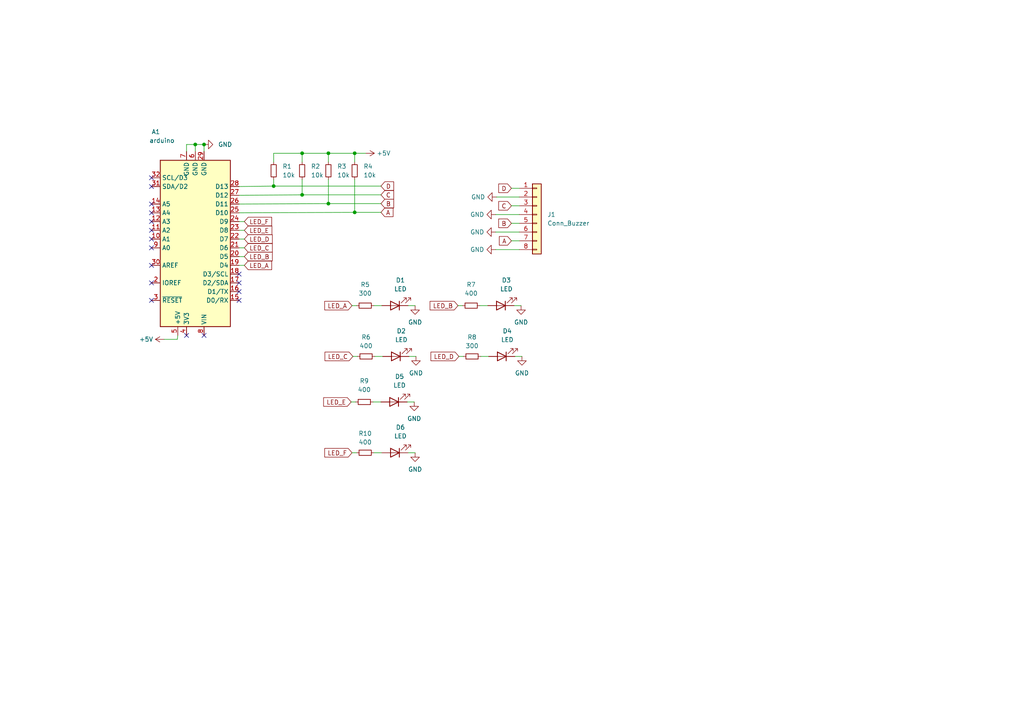
<source format=kicad_sch>
(kicad_sch (version 20230121) (generator eeschema)
  (paper "A4")
  (lib_symbols
    (symbol "Connector_Generic:Conn_01x08" (pin_names (offset 1.016) hide)
      (property "Reference" "J" (at 0 10.16 0))
      (property "Value" "Conn_01x08" (at 0 -12.7 0))
      (symbol "Conn_01x08_1_1"
        (rectangle (start -1.27 -10.033) (end 0 -10.287) (stroke (width 0.1524)))
        (rectangle (start -1.27 -7.493) (end 0 -7.747) (stroke (width 0.1524)))
        (rectangle (start -1.27 -4.953) (end 0 -5.207) (stroke (width 0.1524)))
        (rectangle (start -1.27 -2.413) (end 0 -2.667) (stroke (width 0.1524)))
        (rectangle (start -1.27 0.127) (end 0 -0.127) (stroke (width 0.1524)))
        (rectangle (start -1.27 2.667) (end 0 2.413) (stroke (width 0.1524)))
        (rectangle (start -1.27 5.207) (end 0 4.953) (stroke (width 0.1524)))
        (rectangle (start -1.27 7.747) (end 0 7.493) (stroke (width 0.1524)))
        (rectangle (start -1.27 8.89) (end 1.27 -11.43) (stroke (width 0.254)) (fill (type background)))
        (pin passive line (at -5.08 7.62 0) (length 3.81) (name "Pin_1") (number "1"))
        (pin passive line (at -5.08 5.08 0) (length 3.81) (name "Pin_2") (number "2"))
        (pin passive line (at -5.08 2.54 0) (length 3.81) (name "Pin_3") (number "3"))
        (pin passive line (at -5.08 0 0) (length 3.81) (name "Pin_4") (number "4"))
        (pin passive line (at -5.08 -2.54 0) (length 3.81) (name "Pin_5") (number "5"))
        (pin passive line (at -5.08 -5.08 0) (length 3.81) (name "Pin_6") (number "6"))
        (pin passive line (at -5.08 -7.62 0) (length 3.81) (name "Pin_7") (number "7"))
        (pin passive line (at -5.08 -10.16 0) (length 3.81) (name "Pin_8") (number "8"))
      )
    )
    (symbol "Device:LED" (pin_numbers hide) (pin_names (offset 1.016) hide)
      (property "Reference" "D" (at 0 2.54 0))
      (property "Value" "LED" (at 0 -2.54 0))
      (symbol "LED_0_1"
        (polyline (pts (xy -1.27 -1.27) (xy -1.27 1.27)) (stroke (width 0.254)))
        (polyline (pts (xy -1.27 0) (xy 1.27 0)))
        (polyline (pts (xy 1.27 -1.27) (xy 1.27 1.27) (xy -1.27 0) (xy 1.27 -1.27)) (stroke (width 0.254)))
        (polyline (pts (xy -3.048 -0.762) (xy -4.572 -2.286) (xy -3.81 -2.286) (xy -4.572 -2.286) (xy -4.572 -1.524)))
        (polyline (pts (xy -1.778 -0.762) (xy -3.302 -2.286) (xy -2.54 -2.286) (xy -3.302 -2.286) (xy -3.302 -1.524)))
      )
      (symbol "LED_1_1"
        (pin passive line (at -3.81 0 0) (length 2.54) (name "K") (number "1"))
        (pin passive line (at 3.81 0 180) (length 2.54) (name "A") (number "2"))
      )
    )
    (symbol "Device:R_Small" (pin_numbers hide) (pin_names (offset 0.254) hide)
      (property "Reference" "R" (at 0.762 0.508 0))
      (property "Value" "R_Small" (at 0.762 -1.016 0))
      (symbol "R_Small_0_1"
        (rectangle (start -0.762 1.778) (end 0.762 -1.778) (stroke (width 0.2032)))
      )
      (symbol "R_Small_1_1"
        (pin passive line (at 0 2.54 270) (length 0.762) (name "~") (number "1"))
        (pin passive line (at 0 -2.54 90) (length 0.762) (name "~") (number "2"))
      )
    )
    (symbol "MCU_Module:Arduino_Leonardo"
      (property "Reference" "A" (at -10.16 23.495 0))
      (property "Value" "Arduino_Leonardo" (at 5.08 -26.67 0))
      (symbol "Arduino_Leonardo_0_1"
        (rectangle (start -10.16 22.86) (end 10.16 -25.4) (stroke (width 0.254)) (fill (type background)))
      )
      (symbol "Arduino_Leonardo_1_1"
        (pin no_connect line (at -10.16 -20.32 0) (length 2.54) hide (name "NC") (number "1"))
        (pin bidirectional line (at 12.7 -2.54 180) (length 2.54) (name "A1") (number "10"))
        (pin bidirectional line (at 12.7 -5.08 180) (length 2.54) (name "A2") (number "11"))
        (pin bidirectional line (at 12.7 -7.62 180) (length 2.54) (name "A3") (number "12"))
        (pin bidirectional line (at 12.7 -10.16 180) (length 2.54) (name "A4") (number "13"))
        (pin bidirectional line (at 12.7 -12.7 180) (length 2.54) (name "A5") (number "14"))
        (pin bidirectional line (at -12.7 15.24 0) (length 2.54) (name "D0/RX") (number "15"))
        (pin bidirectional line (at -12.7 12.7 0) (length 2.54) (name "D1/TX") (number "16"))
        (pin bidirectional line (at -12.7 10.16 0) (length 2.54) (name "D2/SDA") (number "17"))
        (pin bidirectional line (at -12.7 7.62 0) (length 2.54) (name "D3/SCL") (number "18"))
        (pin bidirectional line (at -12.7 5.08 0) (length 2.54) (name "D4") (number "19"))
        (pin output line (at 12.7 10.16 180) (length 2.54) (name "IOREF") (number "2"))
        (pin bidirectional line (at -12.7 2.54 0) (length 2.54) (name "D5") (number "20"))
        (pin bidirectional line (at -12.7 0 0) (length 2.54) (name "D6") (number "21"))
        (pin bidirectional line (at -12.7 -2.54 0) (length 2.54) (name "D7") (number "22"))
        (pin bidirectional line (at -12.7 -5.08 0) (length 2.54) (name "D8") (number "23"))
        (pin bidirectional line (at -12.7 -7.62 0) (length 2.54) (name "D9") (number "24"))
        (pin bidirectional line (at -12.7 -10.16 0) (length 2.54) (name "D10") (number "25"))
        (pin bidirectional line (at -12.7 -12.7 0) (length 2.54) (name "D11") (number "26"))
        (pin bidirectional line (at -12.7 -15.24 0) (length 2.54) (name "D12") (number "27"))
        (pin bidirectional line (at -12.7 -17.78 0) (length 2.54) (name "D13") (number "28"))
        (pin power_in line (at -2.54 -27.94 90) (length 2.54) (name "GND") (number "29"))
        (pin input line (at 12.7 15.24 180) (length 2.54) (name "~{RESET}") (number "3"))
        (pin input line (at 12.7 5.08 180) (length 2.54) (name "AREF") (number "30"))
        (pin bidirectional line (at 12.7 -17.78 180) (length 2.54) (name "SDA/D2") (number "31"))
        (pin bidirectional line (at 12.7 -20.32 180) (length 2.54) (name "SCL/D3") (number "32"))
        (pin power_out line (at 2.54 25.4 270) (length 2.54) (name "3V3") (number "4"))
        (pin power_out line (at 5.08 25.4 270) (length 2.54) (name "+5V") (number "5"))
        (pin power_in line (at 0 -27.94 90) (length 2.54) (name "GND") (number "6"))
        (pin power_in line (at 2.54 -27.94 90) (length 2.54) (name "GND") (number "7"))
        (pin power_in line (at -2.54 25.4 270) (length 2.54) (name "VIN") (number "8"))
        (pin bidirectional line (at 12.7 0 180) (length 2.54) (name "A0") (number "9"))
      )
    )
    (symbol "power:+5V" (power) (pin_names (offset 0))
      (property "Value" "+5V" (at 0 3.556 0))
      (symbol "+5V_0_1"
        (polyline (pts (xy -0.762 1.27) (xy 0 2.54)))
        (polyline (pts (xy 0 0) (xy 0 2.54)))
        (polyline (pts (xy 0 2.54) (xy 0.762 1.27)))
      )
      (symbol "+5V_1_1"
        (pin power_in line (at 0 0 90) (length 0) hide (name "+5V") (number "1"))
      )
    )
    (symbol "power:GND" (power) (pin_names (offset 0))
      (property "Value" "GND" (at 0 -3.81 0))
      (symbol "GND_0_1"
        (polyline (pts (xy 0 0) (xy 0 -1.27) (xy 1.27 -1.27) (xy 0 -2.54) (xy -1.27 -1.27) (xy 0 -1.27)))
      )
      (symbol "GND_1_1"
        (pin power_in line (at 0 0 270) (length 0) hide (name "GND") (number "1"))
      )
    )
  )
  (junction (at 87.63 56.515))
  (junction (at 87.63 44.45))
  (junction (at 95.25 44.45))
  (junction (at 102.87 61.595))
  (junction (at 56.642 41.91))
  (junction (at 102.87 44.45))
  (junction (at 59.182 41.91))
  (junction (at 95.25 59.055))
  (junction (at 79.375 53.975))
  (no_connect (at 59.182 97.282))
  (no_connect (at 43.942 71.882))
  (no_connect (at 69.342 84.582))
  (no_connect (at 43.942 87.122))
  (no_connect (at 43.942 59.182))
  (no_connect (at 43.942 69.342))
  (no_connect (at 43.942 76.962))
  (no_connect (at 43.942 61.722))
  (no_connect (at 69.342 87.122))
  (no_connect (at 43.942 82.042))
  (no_connect (at 43.942 64.262))
  (no_connect (at 69.342 82.042))
  (no_connect (at 43.942 54.102))
  (no_connect (at 54.102 97.282))
  (no_connect (at 43.942 66.802))
  (no_connect (at 69.342 79.502))
  (no_connect (at 43.942 51.562))
  (wire (pts (xy 69.342 61.722) (xy 102.87 61.595)))
  (wire (pts (xy 102.87 44.45) (xy 95.25 44.45)))
  (wire (pts (xy 118.11 116.586) (xy 120.142 116.586)))
  (wire (pts (xy 87.63 44.45) (xy 79.375 44.45)))
  (wire (pts (xy 118.364 131.318) (xy 120.396 131.318)))
  (wire (pts (xy 108.458 88.646) (xy 110.744 88.646)))
  (wire (pts (xy 132.842 88.646) (xy 134.112 88.646)))
  (wire (pts (xy 149.352 103.378) (xy 151.384 103.378)))
  (wire (pts (xy 139.192 88.646) (xy 141.478 88.646)))
  (wire (pts (xy 69.342 71.882) (xy 70.866 71.882)))
  (wire (pts (xy 59.182 41.91) (xy 59.182 43.942)))
  (wire (pts (xy 87.63 44.45) (xy 87.63 46.99)))
  (wire (pts (xy 87.63 52.07) (xy 87.63 56.515)))
  (wire (pts (xy 144.018 57.15) (xy 150.622 57.15)))
  (wire (pts (xy 108.458 131.318) (xy 110.744 131.318)))
  (wire (pts (xy 47.625 98.425) (xy 51.435 98.425)))
  (wire (pts (xy 102.87 44.45) (xy 102.87 46.99)))
  (wire (pts (xy 148.336 59.69) (xy 150.622 59.69)))
  (wire (pts (xy 69.342 69.342) (xy 70.866 69.342)))
  (wire (pts (xy 69.342 64.262) (xy 70.866 64.262)))
  (wire (pts (xy 148.336 64.77) (xy 150.622 64.77)))
  (wire (pts (xy 51.435 98.425) (xy 51.562 97.282)))
  (wire (pts (xy 69.342 54.102) (xy 79.375 53.975)))
  (wire (pts (xy 118.364 88.646) (xy 120.396 88.646)))
  (wire (pts (xy 102.362 103.378) (xy 103.632 103.378)))
  (wire (pts (xy 106.045 44.45) (xy 102.87 44.45)))
  (wire (pts (xy 69.342 56.642) (xy 87.63 56.515)))
  (wire (pts (xy 102.87 52.07) (xy 102.87 61.595)))
  (wire (pts (xy 54.102 43.942) (xy 54.102 41.91)))
  (wire (pts (xy 95.25 44.45) (xy 87.63 44.45)))
  (wire (pts (xy 102.108 131.318) (xy 103.378 131.318)))
  (wire (pts (xy 69.342 66.802) (xy 70.866 66.802)))
  (wire (pts (xy 118.618 103.378) (xy 120.65 103.378)))
  (wire (pts (xy 133.096 103.378) (xy 134.366 103.378)))
  (wire (pts (xy 95.25 52.07) (xy 95.25 59.055)))
  (wire (pts (xy 143.764 67.31) (xy 150.622 67.31)))
  (wire (pts (xy 54.102 41.91) (xy 56.642 41.91)))
  (wire (pts (xy 69.342 59.182) (xy 95.25 59.055)))
  (wire (pts (xy 56.642 41.91) (xy 56.642 43.942)))
  (wire (pts (xy 102.108 88.646) (xy 103.378 88.646)))
  (wire (pts (xy 108.712 103.378) (xy 110.998 103.378)))
  (wire (pts (xy 143.764 62.23) (xy 150.622 62.23)))
  (wire (pts (xy 102.87 61.595) (xy 110.49 61.595)))
  (wire (pts (xy 139.446 103.378) (xy 141.732 103.378)))
  (wire (pts (xy 79.375 52.07) (xy 79.375 53.975)))
  (wire (pts (xy 79.375 44.45) (xy 79.375 46.99)))
  (wire (pts (xy 143.764 72.39) (xy 150.622 72.39)))
  (wire (pts (xy 79.375 53.975) (xy 110.49 53.975)))
  (wire (pts (xy 56.642 41.91) (xy 59.182 41.91)))
  (wire (pts (xy 101.854 116.586) (xy 103.124 116.586)))
  (wire (pts (xy 149.098 88.646) (xy 151.13 88.646)))
  (wire (pts (xy 95.25 59.055) (xy 110.49 59.055)))
  (wire (pts (xy 69.342 76.962) (xy 70.866 76.962)))
  (wire (pts (xy 148.336 69.85) (xy 150.622 69.85)))
  (wire (pts (xy 95.25 44.45) (xy 95.25 46.99)))
  (wire (pts (xy 148.336 54.61) (xy 150.622 54.61)))
  (wire (pts (xy 69.342 74.422) (xy 70.866 74.422)))
  (wire (pts (xy 108.204 116.586) (xy 110.49 116.586)))
  (wire (pts (xy 87.63 56.515) (xy 110.49 56.515)))
  (global_label "C" (shape input) (at 110.49 56.515 0) (property "Intersheetrefs" "${INTERSHEET_REFS}" (effects hide)))
  (global_label "LED_D" (shape input) (at 133.096 103.378 180) (property "Intersheetrefs" "${INTERSHEET_REFS}" (effects hide)))
  (global_label "LED_D" (shape input) (at 70.866 69.342 0) (property "Intersheetrefs" "${INTERSHEET_REFS}" (effects hide)))
  (global_label "LED_C" (shape input) (at 70.866 71.882 0) (property "Intersheetrefs" "${INTERSHEET_REFS}" (effects hide)))
  (global_label "LED_F" (shape input) (at 70.866 64.262 0) (property "Intersheetrefs" "${INTERSHEET_REFS}" (effects hide)))
  (global_label "LED_F" (shape input) (at 102.108 131.318 180) (property "Intersheetrefs" "${INTERSHEET_REFS}" (effects hide)))
  (global_label "LED_A" (shape input) (at 102.108 88.646 180) (property "Intersheetrefs" "${INTERSHEET_REFS}" (effects hide)))
  (global_label "D" (shape input) (at 110.49 53.975 0) (property "Intersheetrefs" "${INTERSHEET_REFS}" (effects hide)))
  (global_label "LED_E" (shape input) (at 70.866 66.802 0) (property "Intersheetrefs" "${INTERSHEET_REFS}" (effects hide)))
  (global_label "LED_C" (shape input) (at 102.362 103.378 180) (property "Intersheetrefs" "${INTERSHEET_REFS}" (effects hide)))
  (global_label "B" (shape input) (at 148.336 64.77 180) (property "Intersheetrefs" "${INTERSHEET_REFS}" (effects hide)))
  (global_label "A" (shape input) (at 110.49 61.595 0) (property "Intersheetrefs" "${INTERSHEET_REFS}" (effects hide)))
  (global_label "LED_B" (shape input) (at 70.866 74.422 0) (property "Intersheetrefs" "${INTERSHEET_REFS}" (effects hide)))
  (global_label "LED_B" (shape input) (at 132.842 88.646 180) (property "Intersheetrefs" "${INTERSHEET_REFS}" (effects hide)))
  (global_label "A" (shape input) (at 148.336 69.85 180) (property "Intersheetrefs" "${INTERSHEET_REFS}" (effects hide)))
  (global_label "LED_E" (shape input) (at 101.854 116.586 180) (property "Intersheetrefs" "${INTERSHEET_REFS}" (effects hide)))
  (global_label "B" (shape input) (at 110.49 59.055 0) (property "Intersheetrefs" "${INTERSHEET_REFS}" (effects hide)))
  (global_label "D" (shape input) (at 148.336 54.61 180) (property "Intersheetrefs" "${INTERSHEET_REFS}" (effects hide)))
  (global_label "C" (shape input) (at 148.336 59.69 180) (property "Intersheetrefs" "${INTERSHEET_REFS}" (effects hide)))
  (global_label "LED_A" (shape input) (at 70.866 76.962 0) (property "Intersheetrefs" "${INTERSHEET_REFS}" (effects hide)))
  (symbol (lib_id "Device:R_Small") (at 105.918 88.646 90) (unit 1)
    (property "Reference" "R5" (at 105.918 82.55 90))
    (property "Value" "300" (at 105.918 85.09 90))
    (property "Footprint" "Resistor_SMD:R_0805_2012Metric" (effects hide))
  )
  (symbol (lib_id "Device:R_Small") (at 95.25 49.53 0) (unit 1)
    (property "Reference" "R3" (at 97.79 48.26 0) (effects (justify left)))
    (property "Value" "10k" (at 97.79 50.8 0) (effects (justify left)))
    (property "Footprint" "Resistor_SMD:R_0805_2012Metric" (effects hide))
  )
  (symbol (lib_id "Connector_Generic:Conn_01x08") (at 155.702 62.23 0) (unit 1)
    (property "Reference" "J1" (at 158.75 62.23 0) (effects (justify left)))
    (property "Value" "Conn_Buzzer" (at 158.75 64.77 0) (effects (justify left)))
    (property "Footprint" "Connector_Samtec_HPM_THT:Samtec_HPM-08-01-x-S_Straight_1x08_Pitch5.08mm" (effects hide))
  )
  (symbol (lib_id "power:GND") (at 151.384 103.378 0) (unit 1)
    (property "Reference" "#PWR011" (effects hide))
    (property "Value" "GND" (at 151.384 108.204 0))
  )
  (symbol (lib_id "Device:LED") (at 145.288 88.646 180) (unit 1)
    (property "Reference" "D3" (at 146.8755 81.28 0))
    (property "Value" "LED" (at 146.8755 83.82 0))
    (property "Footprint" "LED_THT:LED_D3.0mm" (effects hide))
  )
  (symbol (lib_id "power:GND") (at 120.142 116.586 0) (unit 1)
    (property "Reference" "#PWR012" (effects hide))
    (property "Value" "GND" (at 120.142 121.412 0))
  )
  (symbol (lib_id "Device:LED") (at 114.554 131.318 180) (unit 1)
    (property "Reference" "D6" (at 116.1415 123.952 0))
    (property "Value" "LED" (at 116.1415 126.492 0))
    (property "Footprint" "LED_THT:LED_D3.0mm" (effects hide))
  )
  (symbol (lib_id "Device:LED") (at 114.3 116.586 180) (unit 1)
    (property "Reference" "D5" (at 115.8875 109.22 0))
    (property "Value" "LED" (at 115.8875 111.76 0))
    (property "Footprint" "LED_THT:LED_D3.0mm" (effects hide))
  )
  (symbol (lib_id "Device:LED") (at 145.542 103.378 180) (unit 1)
    (property "Reference" "D4" (at 147.1295 96.012 0))
    (property "Value" "LED" (at 147.1295 98.552 0))
    (property "Footprint" "LED_THT:LED_D3.0mm" (effects hide))
  )
  (symbol (lib_id "power:GND") (at 120.396 131.318 0) (unit 1)
    (property "Reference" "#PWR013" (effects hide))
    (property "Value" "GND" (at 120.396 136.144 0))
  )
  (symbol (lib_id "Device:LED") (at 114.808 103.378 180) (unit 1)
    (property "Reference" "D2" (at 116.3955 96.012 0))
    (property "Value" "LED" (at 116.3955 98.552 0))
    (property "Footprint" "LED_THT:LED_D3.0mm" (effects hide))
  )
  (symbol (lib_id "power:+5V") (at 106.045 44.45 270) (unit 1)
    (property "Reference" "#PWR02" (effects hide))
    (property "Value" "+5V" (at 109.22 44.45 90) (effects (justify left)))
  )
  (symbol (lib_id "power:+5V") (at 47.625 98.425 90) (unit 1)
    (property "Reference" "#PWR01" (effects hide))
    (property "Value" "+5V" (at 44.45 98.425 90) (effects (justify left)))
  )
  (symbol (lib_id "power:GND") (at 151.13 88.646 0) (unit 1)
    (property "Reference" "#PWR010" (effects hide))
    (property "Value" "GND" (at 151.13 93.472 0))
  )
  (symbol (lib_id "Device:R_Small") (at 105.918 131.318 90) (unit 1)
    (property "Reference" "R10" (at 105.918 125.73 90))
    (property "Value" "400" (at 105.918 128.27 90))
    (property "Footprint" "Resistor_SMD:R_0805_2012Metric" (effects hide))
  )
  (symbol (lib_id "power:GND") (at 143.764 72.39 270) (unit 1)
    (property "Reference" "#PWR07" (effects hide))
    (property "Value" "GND" (at 140.462 72.39 90) (effects (justify right)))
  )
  (symbol (lib_id "power:GND") (at 120.65 103.378 0) (unit 1)
    (property "Reference" "#PWR09" (effects hide))
    (property "Value" "GND" (at 120.65 108.204 0))
  )
  (symbol (lib_id "power:GND") (at 144.018 57.15 270) (unit 1)
    (property "Reference" "#PWR04" (effects hide))
    (property "Value" "GND" (at 140.716 57.15 90) (effects (justify right)))
  )
  (symbol (lib_id "Device:R_Small") (at 106.172 103.378 90) (unit 1)
    (property "Reference" "R6" (at 106.172 97.79 90))
    (property "Value" "400" (at 106.172 100.33 90))
    (property "Footprint" "Resistor_SMD:R_0805_2012Metric" (effects hide))
  )
  (symbol (lib_id "power:GND") (at 120.396 88.646 0) (unit 1)
    (property "Reference" "#PWR08" (effects hide))
    (property "Value" "GND" (at 120.396 93.472 0))
  )
  (symbol (lib_id "Device:R_Small") (at 136.906 103.378 90) (unit 1)
    (property "Reference" "R8" (at 136.906 97.79 90))
    (property "Value" "300" (at 136.906 100.33 90))
    (property "Footprint" "Resistor_SMD:R_0805_2012Metric" (effects hide))
  )
  (symbol (lib_id "MCU_Module:Arduino_Leonardo") (at 56.642 71.882 180) (unit 1)
    (property "Reference" "A1" (at 43.942 38.227 0) (effects (justify right)))
    (property "Value" "arduino" (at 43.307 40.767 0) (effects (justify right)))
    (property "Footprint" "Module:Arduino_UNO_R3" (effects hide))
    (property "Datasheet" "https://www.arduino.cc/en/Main/ArduinoBoardLeonardo" (effects hide))
  )
  (symbol (lib_id "Device:R_Small") (at 102.87 49.53 0) (unit 1)
    (property "Reference" "R4" (at 105.41 48.26 0) (effects (justify left)))
    (property "Value" "10k" (at 105.41 50.8 0) (effects (justify left)))
    (property "Footprint" "Resistor_SMD:R_0805_2012Metric" (effects hide))
  )
  (symbol (lib_id "Device:R_Small") (at 105.664 116.586 90) (unit 1)
    (property "Reference" "R9" (at 105.664 110.49 90))
    (property "Value" "400" (at 105.664 113.03 90))
    (property "Footprint" "Resistor_SMD:R_0805_2012Metric" (effects hide))
  )
  (symbol (lib_id "Device:LED") (at 114.554 88.646 180) (unit 1)
    (property "Reference" "D1" (at 116.1415 81.28 0))
    (property "Value" "LED" (at 116.1415 83.82 0))
    (property "Footprint" "LED_THT:LED_D3.0mm" (effects hide))
  )
  (symbol (lib_id "power:GND") (at 143.764 67.31 270) (unit 1)
    (property "Reference" "#PWR06" (effects hide))
    (property "Value" "GND" (at 140.462 67.31 90) (effects (justify right)))
  )
  (symbol (lib_id "Device:R_Small") (at 87.63 49.53 0) (unit 1)
    (property "Reference" "R2" (at 90.17 48.26 0) (effects (justify left)))
    (property "Value" "10k" (at 90.17 50.8 0) (effects (justify left)))
    (property "Footprint" "Resistor_SMD:R_0805_2012Metric" (effects hide))
  )
  (symbol (lib_id "power:GND") (at 59.182 41.91 90) (unit 1)
    (property "Reference" "#PWR03" (effects hide))
    (property "Value" "GND" (at 63.246 41.91 90) (effects (justify right)))
  )
  (symbol (lib_id "power:GND") (at 143.764 62.23 270) (unit 1)
    (property "Reference" "#PWR05" (effects hide))
    (property "Value" "GND" (at 140.462 62.23 90) (effects (justify right)))
  )
  (symbol (lib_id "Device:R_Small") (at 79.375 49.53 0) (unit 1)
    (property "Reference" "R1" (at 81.915 48.26 0) (effects (justify left)))
    (property "Value" "10k" (at 81.915 50.8 0) (effects (justify left)))
    (property "Footprint" "Resistor_SMD:R_0805_2012Metric" (effects hide))
  )
  (symbol (lib_id "Device:R_Small") (at 136.652 88.646 90) (unit 1)
    (property "Reference" "R7" (at 136.652 82.55 90))
    (property "Value" "400" (at 136.652 85.09 90))
    (property "Footprint" "Resistor_SMD:R_0805_2012Metric" (effects hide))
  )
)
</source>
